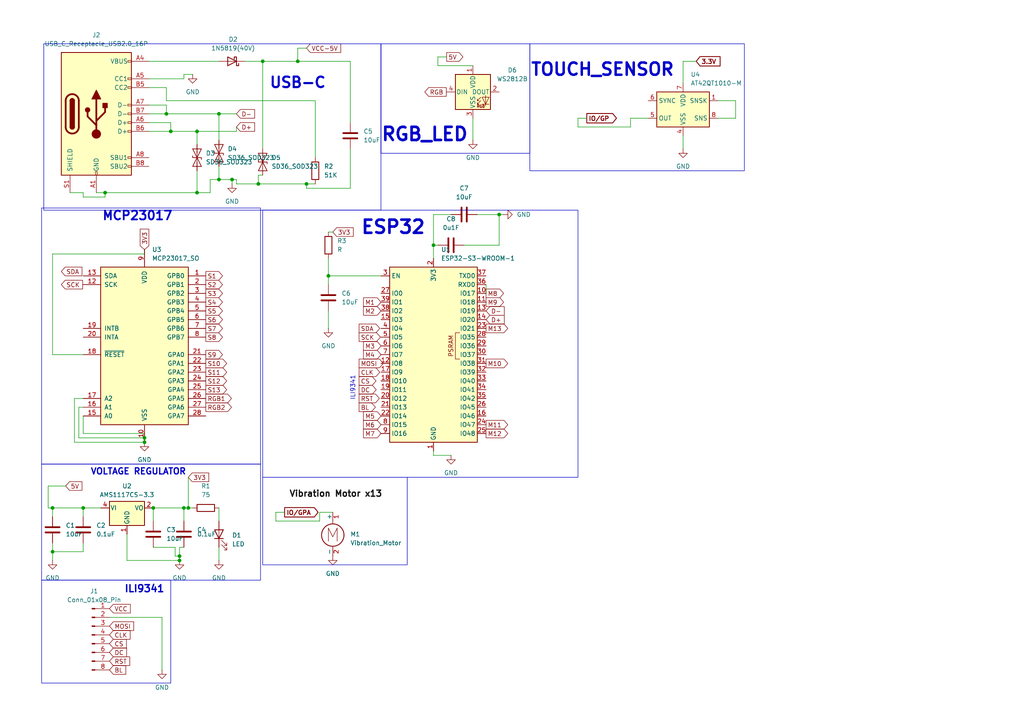
<source format=kicad_sch>
(kicad_sch (version 20231120) (generator "eeschema") (generator_version "8.0")
  (paper "A4")
  (lib_symbols
    (symbol "Connector:Conn_01x08_Pin" (pin_names (offset 1.016) hide)
      (property "Reference" "J" (at 0 10.16 0))
      (property "Value" "Conn_01x08_Pin" (at 0 -12.7 0))
      (symbol "Conn_01x08_Pin_1_1"
        (polyline (pts (xy 1.27 -10.16) (xy 0.8636 -10.16)) (stroke (width 0.1524)))
        (polyline (pts (xy 1.27 -7.62) (xy 0.8636 -7.62)) (stroke (width 0.1524)))
        (polyline (pts (xy 1.27 -5.08) (xy 0.8636 -5.08)) (stroke (width 0.1524)))
        (polyline (pts (xy 1.27 -2.54) (xy 0.8636 -2.54)) (stroke (width 0.1524)))
        (polyline (pts (xy 1.27 0) (xy 0.8636 0)) (stroke (width 0.1524)))
        (polyline (pts (xy 1.27 2.54) (xy 0.8636 2.54)) (stroke (width 0.1524)))
        (polyline (pts (xy 1.27 5.08) (xy 0.8636 5.08)) (stroke (width 0.1524)))
        (polyline (pts (xy 1.27 7.62) (xy 0.8636 7.62)) (stroke (width 0.1524)))
        (rectangle (start 0.8636 -10.033) (end 0 -10.287) (stroke (width 0.1524)) (fill (type outline)))
        (rectangle (start 0.8636 -7.493) (end 0 -7.747) (stroke (width 0.1524)) (fill (type outline)))
        (rectangle (start 0.8636 -4.953) (end 0 -5.207) (stroke (width 0.1524)) (fill (type outline)))
        (rectangle (start 0.8636 -2.413) (end 0 -2.667) (stroke (width 0.1524)) (fill (type outline)))
        (rectangle (start 0.8636 0.127) (end 0 -0.127) (stroke (width 0.1524)) (fill (type outline)))
        (rectangle (start 0.8636 2.667) (end 0 2.413) (stroke (width 0.1524)) (fill (type outline)))
        (rectangle (start 0.8636 5.207) (end 0 4.953) (stroke (width 0.1524)) (fill (type outline)))
        (rectangle (start 0.8636 7.747) (end 0 7.493) (stroke (width 0.1524)) (fill (type outline)))
        (pin passive line (at 5.08 7.62 180) (length 3.81) (name "Pin_1") (number "1"))
        (pin passive line (at 5.08 5.08 180) (length 3.81) (name "Pin_2") (number "2"))
        (pin passive line (at 5.08 2.54 180) (length 3.81) (name "Pin_3") (number "3"))
        (pin passive line (at 5.08 0 180) (length 3.81) (name "Pin_4") (number "4"))
        (pin passive line (at 5.08 -2.54 180) (length 3.81) (name "Pin_5") (number "5"))
        (pin passive line (at 5.08 -5.08 180) (length 3.81) (name "Pin_6") (number "6"))
        (pin passive line (at 5.08 -7.62 180) (length 3.81) (name "Pin_7") (number "7"))
        (pin passive line (at 5.08 -10.16 180) (length 3.81) (name "Pin_8") (number "8"))
      )
    )
    (symbol "Connector:USB_C_Receptacle_USB2.0_16P" (pin_names (offset 1.016))
      (property "Reference" "J" (at 0 22.225 0))
      (property "Value" "USB_C_Receptacle_USB2.0_16P" (at 0 19.685 0))
      (symbol "USB_C_Receptacle_USB2.0_16P_0_0"
        (rectangle (start -0.254 -17.78) (end 0.254 -16.764))
        (rectangle (start 10.16 -14.986) (end 9.144 -15.494))
        (rectangle (start 10.16 -12.446) (end 9.144 -12.954))
        (rectangle (start 10.16 -4.826) (end 9.144 -5.334))
        (rectangle (start 10.16 -2.286) (end 9.144 -2.794))
        (rectangle (start 10.16 0.254) (end 9.144 -0.254))
        (rectangle (start 10.16 2.794) (end 9.144 2.286))
        (rectangle (start 10.16 7.874) (end 9.144 7.366))
        (rectangle (start 10.16 10.414) (end 9.144 9.906))
        (rectangle (start 10.16 15.494) (end 9.144 14.986))
      )
      (symbol "USB_C_Receptacle_USB2.0_16P_0_1"
        (rectangle (start -10.16 17.78) (end 10.16 -17.78) (stroke (width 0.254)) (fill (type background)))
        (arc (start -8.89 -3.81) (mid -6.985 -5.7067) (end -5.08 -3.81) (stroke (width 0.508)))
        (arc (start -7.62 -3.81) (mid -6.985 -4.4423) (end -6.35 -3.81) (stroke (width 0.254)))
        (arc (start -7.62 -3.81) (mid -6.985 -4.4423) (end -6.35 -3.81) (stroke (width 0.254)) (fill (type outline)))
        (rectangle (start -7.62 -3.81) (end -6.35 3.81) (stroke (width 0.254)) (fill (type outline)))
        (arc (start -6.35 3.81) (mid -6.985 4.4423) (end -7.62 3.81) (stroke (width 0.254)))
        (arc (start -6.35 3.81) (mid -6.985 4.4423) (end -7.62 3.81) (stroke (width 0.254)) (fill (type outline)))
        (arc (start -5.08 3.81) (mid -6.985 5.7067) (end -8.89 3.81) (stroke (width 0.508)))
        (circle (center -2.54 1.143) (radius 0.635) (stroke (width 0.254)) (fill (type outline)))
        (circle (center 0 -5.842) (radius 1.27) (fill (type outline)))
        (polyline (pts (xy -8.89 -3.81) (xy -8.89 3.81)) (stroke (width 0.508)))
        (polyline (pts (xy -5.08 3.81) (xy -5.08 -3.81)) (stroke (width 0.508)))
        (polyline (pts (xy 0 -5.842) (xy 0 4.318)) (stroke (width 0.508)))
        (polyline (pts (xy 0 -3.302) (xy -2.54 -0.762) (xy -2.54 0.508)) (stroke (width 0.508)))
        (polyline (pts (xy 0 -2.032) (xy 2.54 0.508) (xy 2.54 1.778)) (stroke (width 0.508)))
        (polyline (pts (xy -1.27 4.318) (xy 0 6.858) (xy 1.27 4.318) (xy -1.27 4.318)) (stroke (width 0.254)) (fill (type outline)))
        (rectangle (start 1.905 1.778) (end 3.175 3.048) (stroke (width 0.254)) (fill (type outline)))
      )
      (symbol "USB_C_Receptacle_USB2.0_16P_1_1"
        (pin passive line (at 0 -22.86 90) (length 5.08) (name "GND") (number "A1"))
        (pin passive line (at 0 -22.86 90) (length 5.08) hide (name "GND") (number "A12"))
        (pin passive line (at 15.24 15.24 180) (length 5.08) (name "VBUS") (number "A4"))
        (pin bidirectional line (at 15.24 10.16 180) (length 5.08) (name "CC1") (number "A5"))
        (pin bidirectional line (at 15.24 -2.54 180) (length 5.08) (name "D+") (number "A6"))
        (pin bidirectional line (at 15.24 2.54 180) (length 5.08) (name "D-") (number "A7"))
        (pin bidirectional line (at 15.24 -12.7 180) (length 5.08) (name "SBU1") (number "A8"))
        (pin passive line (at 15.24 15.24 180) (length 5.08) hide (name "VBUS") (number "A9"))
        (pin passive line (at 0 -22.86 90) (length 5.08) hide (name "GND") (number "B1"))
        (pin passive line (at 0 -22.86 90) (length 5.08) hide (name "GND") (number "B12"))
        (pin passive line (at 15.24 15.24 180) (length 5.08) hide (name "VBUS") (number "B4"))
        (pin bidirectional line (at 15.24 7.62 180) (length 5.08) (name "CC2") (number "B5"))
        (pin bidirectional line (at 15.24 -5.08 180) (length 5.08) (name "D+") (number "B6"))
        (pin bidirectional line (at 15.24 0 180) (length 5.08) (name "D-") (number "B7"))
        (pin bidirectional line (at 15.24 -15.24 180) (length 5.08) (name "SBU2") (number "B8"))
        (pin passive line (at 15.24 15.24 180) (length 5.08) hide (name "VBUS") (number "B9"))
        (pin passive line (at -7.62 -22.86 90) (length 5.08) (name "SHIELD") (number "S1"))
      )
    )
    (symbol "Device:C" (pin_numbers hide) (pin_names (offset 0.254))
      (property "Reference" "C" (at 0.635 2.54 0))
      (property "Value" "C" (at 0.635 -2.54 0))
      (symbol "C_0_1"
        (polyline (pts (xy -2.032 -0.762) (xy 2.032 -0.762)) (stroke (width 0.508)))
        (polyline (pts (xy -2.032 0.762) (xy 2.032 0.762)) (stroke (width 0.508)))
      )
      (symbol "C_1_1"
        (pin passive line (at 0 3.81 270) (length 2.794) (name "~") (number "1"))
        (pin passive line (at 0 -3.81 90) (length 2.794) (name "~") (number "2"))
      )
    )
    (symbol "Device:LED" (pin_numbers hide) (pin_names (offset 1.016) hide)
      (property "Reference" "D" (at 0 2.54 0))
      (property "Value" "LED" (at 0 -2.54 0))
      (symbol "LED_0_1"
        (polyline (pts (xy -1.27 -1.27) (xy -1.27 1.27)) (stroke (width 0.254)))
        (polyline (pts (xy -1.27 0) (xy 1.27 0)))
        (polyline (pts (xy 1.27 -1.27) (xy 1.27 1.27) (xy -1.27 0) (xy 1.27 -1.27)) (stroke (width 0.254)))
        (polyline (pts (xy -3.048 -0.762) (xy -4.572 -2.286) (xy -3.81 -2.286) (xy -4.572 -2.286) (xy -4.572 -1.524)))
        (polyline (pts (xy -1.778 -0.762) (xy -3.302 -2.286) (xy -2.54 -2.286) (xy -3.302 -2.286) (xy -3.302 -1.524)))
      )
      (symbol "LED_1_1"
        (pin passive line (at -3.81 0 0) (length 2.54) (name "K") (number "1"))
        (pin passive line (at 3.81 0 180) (length 2.54) (name "A") (number "2"))
      )
    )
    (symbol "Device:R" (pin_numbers hide) (pin_names (offset 0))
      (property "Reference" "R" (at 2.032 0 90))
      (property "Value" "R" (at 0 0 90))
      (symbol "R_0_1"
        (rectangle (start -1.016 -2.54) (end 1.016 2.54) (stroke (width 0.254)))
      )
      (symbol "R_1_1"
        (pin passive line (at 0 3.81 270) (length 1.27) (name "~") (number "1"))
        (pin passive line (at 0 -3.81 90) (length 1.27) (name "~") (number "2"))
      )
    )
    (symbol "Diode:1N5819" (pin_numbers hide) (pin_names (offset 1.016) hide)
      (property "Reference" "D" (at 0 2.54 0))
      (property "Value" "1N5819" (at 0 -2.54 0))
      (symbol "1N5819_0_1"
        (polyline (pts (xy 1.27 0) (xy -1.27 0)))
        (polyline (pts (xy 1.27 1.27) (xy 1.27 -1.27) (xy -1.27 0) (xy 1.27 1.27)) (stroke (width 0.254)))
        (polyline (pts (xy -1.905 0.635) (xy -1.905 1.27) (xy -1.27 1.27) (xy -1.27 -1.27) (xy -0.635 -1.27) (xy -0.635 -0.635)) (stroke (width 0.254)))
      )
      (symbol "1N5819_1_1"
        (pin passive line (at -3.81 0 0) (length 2.54) (name "K") (number "1"))
        (pin passive line (at 3.81 0 180) (length 2.54) (name "A") (number "2"))
      )
    )
    (symbol "Diode:SD36_SOD323" (pin_numbers hide) (pin_names (offset 1.016) hide)
      (property "Reference" "D" (at 0 2.54 0))
      (property "Value" "SD36_SOD323" (at 0 -2.54 0))
      (symbol "SD36_SOD323_0_1"
        (polyline (pts (xy 1.27 0) (xy -1.27 0)))
        (polyline (pts (xy -2.54 -1.27) (xy 0 0) (xy -2.54 1.27) (xy -2.54 -1.27)) (stroke (width 0.2032)))
        (polyline (pts (xy 0.508 1.27) (xy 0 1.27) (xy 0 -1.27) (xy -0.508 -1.27)) (stroke (width 0.2032)))
        (polyline (pts (xy 2.54 1.27) (xy 2.54 -1.27) (xy 0 0) (xy 2.54 1.27)) (stroke (width 0.2032)))
      )
      (symbol "SD36_SOD323_1_1"
        (pin passive line (at -3.81 0 0) (length 2.54) (name "A1") (number "1"))
        (pin passive line (at 3.81 0 180) (length 2.54) (name "A2") (number "2"))
      )
    )
    (symbol "Interface_Expansion:MCP23017_SO" (pin_names (offset 1.016))
      (property "Reference" "U" (at -11.43 24.13 0))
      (property "Value" "MCP23017_SO" (at 0 0 0))
      (symbol "MCP23017_SO_0_1"
        (rectangle (start -12.7 22.86) (end 12.7 -22.86) (stroke (width 0.254)) (fill (type background)))
      )
      (symbol "MCP23017_SO_1_1"
        (pin bidirectional line (at 17.78 20.32 180) (length 5.08) (name "GPB0") (number "1"))
        (pin power_in line (at 0 -27.94 90) (length 5.08) (name "VSS") (number "10"))
        (pin no_connect line (at -12.7 15.24 0) (length 5.08) hide (name "NC") (number "11"))
        (pin input line (at -17.78 17.78 0) (length 5.08) (name "SCK") (number "12"))
        (pin bidirectional line (at -17.78 20.32 0) (length 5.08) (name "SDA") (number "13"))
        (pin no_connect line (at -12.7 12.7 0) (length 5.08) hide (name "NC") (number "14"))
        (pin input line (at -17.78 -20.32 0) (length 5.08) (name "A0") (number "15"))
        (pin input line (at -17.78 -17.78 0) (length 5.08) (name "A1") (number "16"))
        (pin input line (at -17.78 -15.24 0) (length 5.08) (name "A2") (number "17"))
        (pin input line (at -17.78 -2.54 0) (length 5.08) (name "~{RESET}") (number "18"))
        (pin tri_state line (at -17.78 5.08 0) (length 5.08) (name "INTB") (number "19"))
        (pin bidirectional line (at 17.78 17.78 180) (length 5.08) (name "GPB1") (number "2"))
        (pin tri_state line (at -17.78 2.54 0) (length 5.08) (name "INTA") (number "20"))
        (pin bidirectional line (at 17.78 -2.54 180) (length 5.08) (name "GPA0") (number "21"))
        (pin bidirectional line (at 17.78 -5.08 180) (length 5.08) (name "GPA1") (number "22"))
        (pin bidirectional line (at 17.78 -7.62 180) (length 5.08) (name "GPA2") (number "23"))
        (pin bidirectional line (at 17.78 -10.16 180) (length 5.08) (name "GPA3") (number "24"))
        (pin bidirectional line (at 17.78 -12.7 180) (length 5.08) (name "GPA4") (number "25"))
        (pin bidirectional line (at 17.78 -15.24 180) (length 5.08) (name "GPA5") (number "26"))
        (pin bidirectional line (at 17.78 -17.78 180) (length 5.08) (name "GPA6") (number "27"))
        (pin bidirectional line (at 17.78 -20.32 180) (length 5.08) (name "GPA7") (number "28"))
        (pin bidirectional line (at 17.78 15.24 180) (length 5.08) (name "GPB2") (number "3"))
        (pin bidirectional line (at 17.78 12.7 180) (length 5.08) (name "GPB3") (number "4"))
        (pin bidirectional line (at 17.78 10.16 180) (length 5.08) (name "GPB4") (number "5"))
        (pin bidirectional line (at 17.78 7.62 180) (length 5.08) (name "GPB5") (number "6"))
        (pin bidirectional line (at 17.78 5.08 180) (length 5.08) (name "GPB6") (number "7"))
        (pin bidirectional line (at 17.78 2.54 180) (length 5.08) (name "GPB7") (number "8"))
        (pin power_in line (at 0 27.94 270) (length 5.08) (name "VDD") (number "9"))
      )
    )
    (symbol "LED:WS2812B" (pin_names (offset 0.254))
      (property "Reference" "D" (at 5.08 5.715 0))
      (property "Value" "WS2812B" (at 1.27 -5.715 0))
      (symbol "WS2812B_0_0"
        (text "RGB" (at 2.286 -4.191 0) (effects (font (size 0.762 0.762))))
      )
      (symbol "WS2812B_0_1"
        (polyline (pts (xy 1.27 -3.556) (xy 1.778 -3.556)))
        (polyline (pts (xy 1.27 -2.54) (xy 1.778 -2.54)))
        (polyline (pts (xy 4.699 -3.556) (xy 2.667 -3.556)))
        (polyline (pts (xy 2.286 -2.54) (xy 1.27 -3.556) (xy 1.27 -3.048)))
        (polyline (pts (xy 2.286 -1.524) (xy 1.27 -2.54) (xy 1.27 -2.032)))
        (polyline (pts (xy 3.683 -1.016) (xy 3.683 -3.556) (xy 3.683 -4.064)))
        (polyline (pts (xy 4.699 -1.524) (xy 2.667 -1.524) (xy 3.683 -3.556) (xy 4.699 -1.524)))
        (rectangle (start 5.08 5.08) (end -5.08 -5.08) (stroke (width 0.254)) (fill (type background)))
      )
      (symbol "WS2812B_1_1"
        (pin power_in line (at 0 7.62 270) (length 2.54) (name "VDD") (number "1"))
        (pin output line (at 7.62 0 180) (length 2.54) (name "DOUT") (number "2"))
        (pin power_in line (at 0 -7.62 90) (length 2.54) (name "VSS") (number "3"))
        (pin input line (at -7.62 0 0) (length 2.54) (name "DIN") (number "4"))
      )
    )
    (symbol "Motor:Motor_DC" (pin_names (offset 0))
      (property "Reference" "M" (at 2.54 2.54 0))
      (property "Value" "Motor_DC" (at 2.54 -5.08 0))
      (symbol "Motor_DC_0_0"
        (polyline (pts (xy -1.27 -3.302) (xy -1.27 0.508) (xy 0 -2.032) (xy 1.27 0.508) (xy 1.27 -3.302)))
      )
      (symbol "Motor_DC_0_1"
        (circle (center 0 -1.524) (radius 3.2512) (stroke (width 0.254)))
        (polyline (pts (xy 0 -7.62) (xy 0 -7.112)))
        (polyline (pts (xy 0 -4.7752) (xy 0 -5.1816)))
        (polyline (pts (xy 0 1.7272) (xy 0 2.0828)))
        (polyline (pts (xy 0 2.032) (xy 0 2.54)))
      )
      (symbol "Motor_DC_1_1"
        (pin passive line (at 0 5.08 270) (length 2.54) (name "+") (number "1"))
        (pin passive line (at 0 -7.62 90) (length 2.54) (name "-") (number "2"))
      )
    )
    (symbol "RF_Module:ESP32-S3-WROOM-1"
      (property "Reference" "U" (at -12.7 26.67 0))
      (property "Value" "ESP32-S3-WROOM-1" (at 12.7 26.67 0))
      (symbol "ESP32-S3-WROOM-1_0_0"
        (rectangle (start -12.7 25.4) (end 12.7 -25.4) (stroke (width 0.254)) (fill (type background)))
        (text "PSRAM" (at 5.08 2.54 900) (effects (font (size 1.27 1.27))))
      )
      (symbol "ESP32-S3-WROOM-1_0_1"
        (polyline (pts (xy 7.62 -1.27) (xy 6.35 -1.27) (xy 6.35 6.35) (xy 7.62 6.35)))
      )
      (symbol "ESP32-S3-WROOM-1_1_1"
        (pin power_in line (at 0 -27.94 90) (length 2.54) (name "GND") (number "1"))
        (pin bidirectional line (at 15.24 17.78 180) (length 2.54) (name "IO17") (number "10"))
        (pin bidirectional line (at 15.24 15.24 180) (length 2.54) (name "IO18") (number "11"))
        (pin bidirectional line (at -15.24 -2.54 0) (length 2.54) (name "IO8") (number "12"))
        (pin bidirectional line (at 15.24 12.7 180) (length 2.54) (name "IO19") (number "13"))
        (pin bidirectional line (at 15.24 10.16 180) (length 2.54) (name "IO20") (number "14"))
        (pin bidirectional line (at -15.24 10.16 0) (length 2.54) (name "IO3") (number "15"))
        (pin bidirectional line (at 15.24 -17.78 180) (length 2.54) (name "IO46") (number "16"))
        (pin bidirectional line (at -15.24 -5.08 0) (length 2.54) (name "IO9") (number "17"))
        (pin bidirectional line (at -15.24 -7.62 0) (length 2.54) (name "IO10") (number "18"))
        (pin bidirectional line (at -15.24 -10.16 0) (length 2.54) (name "IO11") (number "19"))
        (pin power_in line (at 0 27.94 270) (length 2.54) (name "3V3") (number "2"))
        (pin bidirectional line (at -15.24 -12.7 0) (length 2.54) (name "IO12") (number "20"))
        (pin bidirectional line (at -15.24 -15.24 0) (length 2.54) (name "IO13") (number "21"))
        (pin bidirectional line (at -15.24 -17.78 0) (length 2.54) (name "IO14") (number "22"))
        (pin bidirectional line (at 15.24 7.62 180) (length 2.54) (name "IO21") (number "23"))
        (pin bidirectional line (at 15.24 -20.32 180) (length 2.54) (name "IO47") (number "24"))
        (pin bidirectional line (at 15.24 -22.86 180) (length 2.54) (name "IO48") (number "25"))
        (pin bidirectional line (at 15.24 -15.24 180) (length 2.54) (name "IO45") (number "26"))
        (pin bidirectional line (at -15.24 17.78 0) (length 2.54) (name "IO0") (number "27"))
        (pin bidirectional line (at 15.24 5.08 180) (length 2.54) (name "IO35") (number "28"))
        (pin bidirectional line (at 15.24 2.54 180) (length 2.54) (name "IO36") (number "29"))
        (pin input line (at -15.24 22.86 0) (length 2.54) (name "EN") (number "3"))
        (pin bidirectional line (at 15.24 0 180) (length 2.54) (name "IO37") (number "30"))
        (pin bidirectional line (at 15.24 -2.54 180) (length 2.54) (name "IO38") (number "31"))
        (pin bidirectional line (at 15.24 -5.08 180) (length 2.54) (name "IO39") (number "32"))
        (pin bidirectional line (at 15.24 -7.62 180) (length 2.54) (name "IO40") (number "33"))
        (pin bidirectional line (at 15.24 -10.16 180) (length 2.54) (name "IO41") (number "34"))
        (pin bidirectional line (at 15.24 -12.7 180) (length 2.54) (name "IO42") (number "35"))
        (pin bidirectional line (at 15.24 20.32 180) (length 2.54) (name "RXD0") (number "36"))
        (pin bidirectional line (at 15.24 22.86 180) (length 2.54) (name "TXD0") (number "37"))
        (pin bidirectional line (at -15.24 12.7 0) (length 2.54) (name "IO2") (number "38"))
        (pin bidirectional line (at -15.24 15.24 0) (length 2.54) (name "IO1") (number "39"))
        (pin bidirectional line (at -15.24 7.62 0) (length 2.54) (name "IO4") (number "4"))
        (pin passive line (at 0 -27.94 90) (length 2.54) hide (name "GND") (number "40"))
        (pin passive line (at 0 -27.94 90) (length 2.54) hide (name "GND") (number "41"))
        (pin bidirectional line (at -15.24 5.08 0) (length 2.54) (name "IO5") (number "5"))
        (pin bidirectional line (at -15.24 2.54 0) (length 2.54) (name "IO6") (number "6"))
        (pin bidirectional line (at -15.24 0 0) (length 2.54) (name "IO7") (number "7"))
        (pin bidirectional line (at -15.24 -20.32 0) (length 2.54) (name "IO15") (number "8"))
        (pin bidirectional line (at -15.24 -22.86 0) (length 2.54) (name "IO16") (number "9"))
      )
    )
    (symbol "Regulator_Linear:AMS1117CS-3.3" (pin_names (offset 0.254))
      (property "Reference" "U" (at -3.81 3.175 0))
      (property "Value" "AMS1117CS-3.3" (at 0 3.175 0))
      (symbol "AMS1117CS-3.3_0_1"
        (rectangle (start -5.08 -5.08) (end 5.08 1.905) (stroke (width 0.254)) (fill (type background)))
      )
      (symbol "AMS1117CS-3.3_1_1"
        (pin power_in line (at 0 -7.62 90) (length 2.54) (name "GND") (number "1"))
        (pin power_out line (at 7.62 0 180) (length 2.54) (name "VO") (number "2"))
        (pin passive line (at 7.62 0 180) (length 2.54) hide (name "VO") (number "3"))
        (pin power_in line (at -7.62 0 0) (length 2.54) (name "VI") (number "4"))
        (pin no_connect line (at -2.54 -2.54 180) (length 2.54) hide (name "NC") (number "5"))
        (pin passive line (at 7.62 0 180) (length 2.54) hide (name "VO") (number "6"))
        (pin passive line (at 7.62 0 180) (length 2.54) hide (name "VO") (number "7"))
        (pin no_connect line (at 2.54 -2.54 0) (length 2.54) hide (name "NC") (number "8"))
      )
    )
    (symbol "Sensor_Touch:AT42QT1010-M"
      (property "Reference" "U" (at -2.54 8.255 0))
      (property "Value" "AT42QT1010-M" (at -2.54 6.35 0))
      (symbol "AT42QT1010-M_0_1"
        (rectangle (start -7.62 5.08) (end 7.62 -5.08) (stroke (width 0.254)) (fill (type background)))
      )
      (symbol "AT42QT1010-M_1_1"
        (pin passive line (at 10.16 2.54 180) (length 2.54) (name "SNSK") (number "1"))
        (pin no_connect line (at -7.62 0 0) (length 2.54) hide (name "NC") (number "2"))
        (pin no_connect line (at 7.62 0 180) (length 2.54) hide (name "NC") (number "3"))
        (pin power_in line (at 0 -7.62 90) (length 2.54) (name "VSS") (number "4"))
        (pin output line (at -10.16 -2.54 0) (length 2.54) (name "OUT") (number "5"))
        (pin input line (at -10.16 2.54 0) (length 2.54) (name "SYNC") (number "6"))
        (pin power_in line (at 0 7.62 270) (length 2.54) (name "VDD") (number "7"))
        (pin passive line (at 10.16 -2.54 180) (length 2.54) (name "SNS") (number "8"))
        (pin passive line (at 0 -7.62 90) (length 2.54) hide (name "VSS") (number "9"))
      )
    )
    (symbol "power:GND" (power) (pin_numbers hide) (pin_names (offset 0) hide)
      (property "Value" "GND" (at 0 -3.81 0))
      (symbol "GND_0_1"
        (polyline (pts (xy 0 0) (xy 0 -1.27) (xy 1.27 -1.27) (xy 0 -2.54) (xy -1.27 -1.27) (xy 0 -1.27)))
      )
      (symbol "GND_1_1"
        (pin power_in line (at 0 0 270) (length 0) (name "~") (number "1"))
      )
    )
  )
  (junction (at 54.61 147.32))
  (junction (at 52.07 162.56))
  (junction (at 74.93 53.34))
  (junction (at 125.73 71.12))
  (junction (at 48.26 33.02))
  (junction (at 15.24 147.32))
  (junction (at 52.07 161.29))
  (junction (at 44.45 147.32))
  (junction (at 88.9 53.34))
  (junction (at 24.13 147.32))
  (junction (at 15.24 160.02))
  (junction (at 57.15 38.1))
  (junction (at 53.34 147.32))
  (junction (at 76.2 17.78))
  (junction (at 63.5 33.02))
  (junction (at 49.53 38.1))
  (junction (at 30.48 55.88))
  (junction (at 144.78 62.23))
  (junction (at 67.31 52.07))
  (junction (at 41.91 127))
  (junction (at 41.91 128.27))
  (junction (at 57.15 55.88))
  (junction (at 63.5 52.07))
  (junction (at 95.25 80.01))
  (junction (at 86.36 17.78))
  (wire (pts (xy 208.28 34.29) (xy 213.36 34.29)))
  (wire (pts (xy 36.83 162.56) (xy 52.07 162.56)))
  (wire (pts (xy 36.83 154.94) (xy 36.83 162.56)))
  (wire (pts (xy 41.91 72.39) (xy 41.91 73.66)))
  (wire (pts (xy 44.45 147.32) (xy 53.34 147.32)))
  (wire (pts (xy 80.01 148.59) (xy 82.55 148.59)))
  (wire (pts (xy 57.15 55.88) (xy 60.96 55.88)))
  (wire (pts (xy 53.34 147.32) (xy 53.34 151.13)))
  (wire (pts (xy 101.6 17.78) (xy 101.6 35.56)))
  (wire (pts (xy 198.12 17.78) (xy 201.93 17.78)))
  (wire (pts (xy 63.5 33.02) (xy 63.5 40.64)))
  (wire (pts (xy 80.01 151.13) (xy 80.01 148.59)))
  (wire (pts (xy 95.25 80.01) (xy 95.25 82.55)))
  (wire (pts (xy 127 16.51) (xy 129.54 16.51)))
  (wire (pts (xy 86.36 13.97) (xy 88.9 13.97)))
  (wire (pts (xy 88.9 54.61) (xy 88.9 53.34)))
  (wire (pts (xy 92.71 148.59) (xy 92.71 151.13)))
  (wire (pts (xy 74.93 50.8) (xy 74.93 53.34)))
  (wire (pts (xy 24.13 147.32) (xy 24.13 149.86)))
  (wire (pts (xy 24.13 55.88) (xy 24.13 57.15)))
  (wire (pts (xy 53.34 22.86) (xy 53.34 21.59)))
  (wire (pts (xy 134.62 71.12) (xy 144.78 71.12)))
  (wire (pts (xy 13.97 140.97) (xy 13.97 147.32)))
  (wire (pts (xy 95.25 80.01) (xy 95.25 74.93)))
  (wire (pts (xy 19.05 140.97) (xy 13.97 140.97)))
  (wire (pts (xy 48.26 30.48) (xy 48.26 33.02)))
  (wire (pts (xy 138.43 62.23) (xy 144.78 62.23)))
  (wire (pts (xy 24.13 157.48) (xy 24.13 160.02)))
  (wire (pts (xy 27.94 55.88) (xy 30.48 55.88)))
  (wire (pts (xy 91.44 45.72) (xy 91.44 29.21)))
  (wire (pts (xy 63.5 33.02) (xy 68.58 33.02)))
  (wire (pts (xy 86.36 17.78) (xy 101.6 17.78)))
  (wire (pts (xy 140.97 85.09) (xy 140.97 82.55)))
  (wire (pts (xy 96.52 148.59) (xy 92.71 148.59)))
  (wire (pts (xy 130.81 132.08) (xy 125.73 132.08)))
  (wire (pts (xy 76.2 50.8) (xy 74.93 50.8)))
  (wire (pts (xy 68.58 38.1) (xy 68.58 36.83)))
  (wire (pts (xy 167.64 36.83) (xy 167.64 34.29)))
  (wire (pts (xy 127 19.05) (xy 127 16.51)))
  (wire (pts (xy 198.12 39.37) (xy 198.12 43.18)))
  (wire (pts (xy 71.12 17.78) (xy 76.2 17.78)))
  (wire (pts (xy 43.18 35.56) (xy 49.53 35.56)))
  (wire (pts (xy 167.64 34.29) (xy 170.18 34.29)))
  (wire (pts (xy 24.13 160.02) (xy 15.24 160.02)))
  (wire (pts (xy 53.34 21.59) (xy 55.88 21.59)))
  (wire (pts (xy 43.18 38.1) (xy 49.53 38.1)))
  (wire (pts (xy 15.24 160.02) (xy 15.24 162.56)))
  (wire (pts (xy 22.86 118.11) (xy 22.86 127)))
  (wire (pts (xy 125.73 71.12) (xy 127 71.12)))
  (wire (pts (xy 91.44 29.21) (xy 48.26 29.21)))
  (wire (pts (xy 52.07 161.29) (xy 52.07 162.56)))
  (wire (pts (xy 63.5 52.07) (xy 67.31 52.07)))
  (wire (pts (xy 48.26 33.02) (xy 63.5 33.02)))
  (wire (pts (xy 213.36 29.21) (xy 213.36 34.29)))
  (wire (pts (xy 43.18 22.86) (xy 53.34 22.86)))
  (wire (pts (xy 20.32 55.88) (xy 24.13 55.88)))
  (wire (pts (xy 95.25 90.17) (xy 95.25 95.25)))
  (wire (pts (xy 43.18 17.78) (xy 63.5 17.78)))
  (wire (pts (xy 24.13 147.32) (xy 29.21 147.32)))
  (wire (pts (xy 15.24 73.66) (xy 41.91 73.66)))
  (wire (pts (xy 50.8 158.75) (xy 50.8 161.29)))
  (wire (pts (xy 15.24 157.48) (xy 15.24 160.02)))
  (wire (pts (xy 21.59 128.27) (xy 41.91 128.27)))
  (wire (pts (xy 125.73 71.12) (xy 125.73 62.23)))
  (wire (pts (xy 60.96 52.07) (xy 63.5 52.07)))
  (wire (pts (xy 63.5 48.26) (xy 63.5 52.07)))
  (wire (pts (xy 24.13 102.87) (xy 15.24 102.87)))
  (wire (pts (xy 68.58 53.34) (xy 68.58 52.07)))
  (wire (pts (xy 60.96 55.88) (xy 60.96 52.07)))
  (wire (pts (xy 182.88 36.83) (xy 167.64 36.83)))
  (wire (pts (xy 22.86 127) (xy 41.91 127)))
  (wire (pts (xy 15.24 147.32) (xy 15.24 149.86)))
  (wire (pts (xy 137.16 19.05) (xy 127 19.05)))
  (wire (pts (xy 49.53 38.1) (xy 57.15 38.1)))
  (wire (pts (xy 67.31 52.07) (xy 67.31 53.34)))
  (wire (pts (xy 43.18 33.02) (xy 48.26 33.02)))
  (wire (pts (xy 54.61 147.32) (xy 53.34 147.32)))
  (wire (pts (xy 76.2 17.78) (xy 86.36 17.78)))
  (wire (pts (xy 46.99 194.31) (xy 46.99 179.07)))
  (wire (pts (xy 55.88 147.32) (xy 54.61 147.32)))
  (wire (pts (xy 24.13 115.57) (xy 21.59 115.57)))
  (wire (pts (xy 74.93 53.34) (xy 88.9 53.34)))
  (wire (pts (xy 30.48 55.88) (xy 57.15 55.88)))
  (wire (pts (xy 15.24 147.32) (xy 24.13 147.32)))
  (wire (pts (xy 125.73 74.93) (xy 125.73 71.12)))
  (wire (pts (xy 24.13 118.11) (xy 22.86 118.11)))
  (wire (pts (xy 125.73 132.08) (xy 125.73 130.81)))
  (wire (pts (xy 68.58 53.34) (xy 74.93 53.34)))
  (wire (pts (xy 49.53 35.56) (xy 49.53 38.1)))
  (wire (pts (xy 125.73 62.23) (xy 130.81 62.23)))
  (wire (pts (xy 101.6 54.61) (xy 88.9 54.61)))
  (wire (pts (xy 88.9 53.34) (xy 91.44 53.34)))
  (wire (pts (xy 137.16 34.29) (xy 137.16 40.64)))
  (wire (pts (xy 92.71 151.13) (xy 80.01 151.13)))
  (wire (pts (xy 52.07 158.75) (xy 52.07 161.29)))
  (wire (pts (xy 54.61 138.43) (xy 54.61 147.32)))
  (wire (pts (xy 44.45 147.32) (xy 44.45 151.13)))
  (wire (pts (xy 76.2 17.78) (xy 76.2 43.18)))
  (wire (pts (xy 86.36 17.78) (xy 86.36 13.97)))
  (wire (pts (xy 30.48 57.15) (xy 30.48 55.88)))
  (wire (pts (xy 144.78 71.12) (xy 144.78 62.23)))
  (wire (pts (xy 48.26 29.21) (xy 48.26 25.4)))
  (wire (pts (xy 208.28 29.21) (xy 213.36 29.21)))
  (wire (pts (xy 53.34 158.75) (xy 52.07 158.75)))
  (wire (pts (xy 187.96 34.29) (xy 182.88 34.29)))
  (wire (pts (xy 41.91 125.73) (xy 41.91 127)))
  (wire (pts (xy 110.49 80.01) (xy 95.25 80.01)))
  (wire (pts (xy 41.91 127) (xy 41.91 128.27)))
  (wire (pts (xy 24.13 120.65) (xy 24.13 125.73)))
  (wire (pts (xy 101.6 43.18) (xy 101.6 54.61)))
  (wire (pts (xy 44.45 158.75) (xy 50.8 158.75)))
  (wire (pts (xy 57.15 38.1) (xy 57.15 41.91)))
  (wire (pts (xy 24.13 57.15) (xy 30.48 57.15)))
  (wire (pts (xy 15.24 102.87) (xy 15.24 73.66)))
  (wire (pts (xy 46.99 179.07) (xy 31.75 179.07)))
  (wire (pts (xy 24.13 125.73) (xy 41.91 125.73)))
  (wire (pts (xy 182.88 34.29) (xy 182.88 36.83)))
  (wire (pts (xy 13.97 147.32) (xy 15.24 147.32)))
  (wire (pts (xy 63.5 158.75) (xy 63.5 162.56)))
  (wire (pts (xy 198.12 24.13) (xy 198.12 17.78)))
  (wire (pts (xy 63.5 147.32) (xy 63.5 151.13)))
  (wire (pts (xy 57.15 38.1) (xy 68.58 38.1)))
  (wire (pts (xy 43.18 30.48) (xy 48.26 30.48)))
  (wire (pts (xy 21.59 115.57) (xy 21.59 128.27)))
  (wire (pts (xy 68.58 52.07) (xy 67.31 52.07)))
  (wire (pts (xy 48.26 25.4) (xy 43.18 25.4)))
  (wire (pts (xy 57.15 49.53) (xy 57.15 55.88)))
  (wire (pts (xy 50.8 161.29) (xy 52.07 161.29)))
  (wire (pts (xy 144.78 62.23) (xy 146.05 62.23)))
  (wire (pts (xy 96.52 67.31) (xy 95.25 67.31)))
  (rectangle (start 153.67 12.7) (end 215.9 49.53))
  (rectangle (start 76.2 138.43) (end 118.11 163.83))
  (rectangle (start 12.065 168.275) (end 49.53 198.12))
  (rectangle (start 76.2 60.96) (end 167.64 138.43))
  (rectangle (start 12.7 12.7) (end 110.49 60.96))
  (rectangle (start 110.49 12.7) (end 153.67 44.45))
  (rectangle (start 12.065 60.325) (end 75.565 134.62))
  (rectangle (start 12.065 134.62) (end 75.565 168.275))
  (text "ILI9341" (at 102.362 112.522 90) (effects (font (size 1.27 1.27))))
  (text "MCP23017\n" (at 39.878 62.738 0) (effects (font (size 2.54 2.54) (thickness 0.508) (bold yes))))
  (text "TOUCH_SENSOR" (at 174.752 20.32 0) (effects (font (size 3.556 3.556) (bold yes))))
  (text "USB-C\n" (at 86.36 24.13 0) (effects (font (size 3.048 3.048) (thickness 0.6096) (bold yes))))
  (text "RGB_LED\n" (at 123.19 39.116 0) (effects (font (size 3.81 3.81) (thickness 0.762) (bold yes))))
  (text "VOLTAGE REGULATOR\n" (at 40.132 136.906 0) (effects (font (size 1.778 1.778) (thickness 0.3556) (bold yes))))
  (text "ILI9341" (at 41.91 170.942 0) (effects (font (size 2.032 2.032) (thickness 0.4064) (bold yes))))
  (text "ESP32" (at 114.046 66.04 0) (effects (font (size 3.81 3.81) (thickness 0.762) (bold yes))))
  (label "Vibration Motor x13" (at 83.82 144.78 0) (effects (font (size 1.778 1.778) (thickness 0.3556) (bold yes))))
  (global_label "CS" (shape output) (at 104.14 110.49 0) (property "Intersheetrefs" "${INTERSHEET_REFS}" (effects (hide yes))))
  (global_label "S6" (shape output) (at 59.69 92.71 0) (property "Intersheetrefs" "${INTERSHEET_REFS}" (effects (hide yes))))
  (global_label "D+" (shape input) (at 68.58 36.83 0) (property "Intersheetrefs" "${INTERSHEET_REFS}" (effects (hide yes))))
  (global_label "M3" (shape output) (at 105.41 100.33 0) (property "Intersheetrefs" "${INTERSHEET_REFS}" (effects (hide yes))))
  (global_label "CLK" (shape output) (at 104.14 107.95 0) (property "Intersheetrefs" "${INTERSHEET_REFS}" (effects (hide yes))))
  (global_label "RST" (shape output) (at 104.14 115.57 0) (property "Intersheetrefs" "${INTERSHEET_REFS}" (effects (hide yes))))
  (global_label "RST" (shape input) (at 31.75 191.77 0) (property "Intersheetrefs" "${INTERSHEET_REFS}" (effects (hide yes))))
  (global_label "S12" (shape output) (at 59.69 110.49 0) (property "Intersheetrefs" "${INTERSHEET_REFS}" (effects (hide yes))))
  (global_label "M9" (shape output) (at 140.97 87.63 0) (property "Intersheetrefs" "${INTERSHEET_REFS}" (effects (hide yes))))
  (global_label "MOSI" (shape output) (at 104.14 105.41 0) (property "Intersheetrefs" "${INTERSHEET_REFS}" (effects (hide yes))))
  (global_label "S8" (shape output) (at 59.69 97.79 0) (property "Intersheetrefs" "${INTERSHEET_REFS}" (effects (hide yes))))
  (global_label "M13" (shape output) (at 140.97 95.25 0) (property "Intersheetrefs" "${INTERSHEET_REFS}" (effects (hide yes))))
  (global_label "3.3V" (shape input) (at 201.93 17.78 0) (effects (font (bold yes))) (property "Intersheetrefs" "${INTERSHEET_REFS}" (effects (hide yes))))
  (global_label "RGB" (shape input) (at 123.19 26.67 0) (property "Intersheetrefs" "${INTERSHEET_REFS}" (effects (hide yes))))
  (global_label "S1" (shape output) (at 59.69 80.01 0) (property "Intersheetrefs" "${INTERSHEET_REFS}" (effects (hide yes))))
  (global_label "S10" (shape output) (at 59.69 105.41 0) (property "Intersheetrefs" "${INTERSHEET_REFS}" (effects (hide yes))))
  (global_label "DC" (shape output) (at 104.14 113.03 0) (property "Intersheetrefs" "${INTERSHEET_REFS}" (effects (hide yes))))
  (global_label "RGB2" (shape output) (at 59.69 118.11 0) (property "Intersheetrefs" "${INTERSHEET_REFS}" (effects (hide yes))))
  (global_label "SDA" (shape input) (at 17.78 78.74 0) (property "Intersheetrefs" "${INTERSHEET_REFS}" (effects (hide yes))))
  (global_label "3V3" (shape input) (at 54.61 138.43 0) (property "Intersheetrefs" "${INTERSHEET_REFS}" (effects (hide yes))))
  (global_label "DC" (shape input) (at 31.75 189.23 0) (property "Intersheetrefs" "${INTERSHEET_REFS}" (effects (hide yes))))
  (global_label "M10" (shape output) (at 140.97 105.41 0) (property "Intersheetrefs" "${INTERSHEET_REFS}" (effects (hide yes))))
  (global_label "VCC-5V" (shape input) (at 88.9 13.97 0) (property "Intersheetrefs" "${INTERSHEET_REFS}" (effects (hide yes))))
  (global_label "M5" (shape output) (at 105.41 120.65 0) (property "Intersheetrefs" "${INTERSHEET_REFS}" (effects (hide yes))))
  (global_label "SCK" (shape output) (at 104.14 97.79 0) (property "Intersheetrefs" "${INTERSHEET_REFS}" (effects (hide yes))))
  (global_label "BL" (shape output) (at 104.14 118.11 0) (property "Intersheetrefs" "${INTERSHEET_REFS}" (effects (hide yes))))
  (global_label "S5" (shape output) (at 59.69 90.17 0) (property "Intersheetrefs" "${INTERSHEET_REFS}" (effects (hide yes))))
  (global_label "VCC" (shape input) (at 31.75 176.53 0) (property "Intersheetrefs" "${INTERSHEET_REFS}" (effects (hide yes))))
  (global_label "S2" (shape output) (at 59.69 82.55 0) (property "Intersheetrefs" "${INTERSHEET_REFS}" (effects (hide yes))))
  (global_label "M6" (shape output) (at 105.41 123.19 0) (property "Intersheetrefs" "${INTERSHEET_REFS}" (effects (hide yes))))
  (global_label "M2" (shape output) (at 105.41 90.17 0) (property "Intersheetrefs" "${INTERSHEET_REFS}" (effects (hide yes))))
  (global_label "BL" (shape input) (at 31.75 194.31 0) (property "Intersheetrefs" "${INTERSHEET_REFS}" (effects (hide yes))))
  (global_label "M7" (shape output) (at 105.41 125.73 0) (property "Intersheetrefs" "${INTERSHEET_REFS}" (effects (hide yes))))
  (global_label "S9" (shape output) (at 59.69 102.87 0) (property "Intersheetrefs" "${INTERSHEET_REFS}" (effects (hide yes))))
  (global_label "S3" (shape output) (at 59.69 85.09 0) (property "Intersheetrefs" "${INTERSHEET_REFS}" (effects (hide yes))))
  (global_label "M11" (shape output) (at 140.97 123.19 0) (property "Intersheetrefs" "${INTERSHEET_REFS}" (effects (hide yes))))
  (global_label "CS" (shape input) (at 31.75 186.69 0) (property "Intersheetrefs" "${INTERSHEET_REFS}" (effects (hide yes))))
  (global_label "S4" (shape output) (at 59.69 87.63 0) (property "Intersheetrefs" "${INTERSHEET_REFS}" (effects (hide yes))))
  (global_label "S13" (shape output) (at 59.69 113.03 0) (property "Intersheetrefs" "${INTERSHEET_REFS}" (effects (hide yes))))
  (global_label "M12" (shape output) (at 140.97 125.73 0) (property "Intersheetrefs" "${INTERSHEET_REFS}" (effects (hide yes))))
  (global_label "5V" (shape input) (at 19.05 140.97 0) (property "Intersheetrefs" "${INTERSHEET_REFS}" (effects (hide yes))))
  (global_label "D-" (shape input) (at 68.58 33.02 0) (property "Intersheetrefs" "${INTERSHEET_REFS}" (effects (hide yes))))
  (global_label "IO{slash}GP" (shape output) (at 170.18 34.29 0) (effects (font (bold yes))) (property "Intersheetrefs" "${INTERSHEET_REFS}" (effects (hide yes))))
  (global_label "CLK" (shape input) (at 31.75 184.15 0) (property "Intersheetrefs" "${INTERSHEET_REFS}" (effects (hide yes))))
  (global_label "SDA" (shape output) (at 104.14 95.25 0) (property "Intersheetrefs" "${INTERSHEET_REFS}" (effects (hide yes))))
  (global_label "SCK" (shape input) (at 17.78 82.55 0) (property "Intersheetrefs" "${INTERSHEET_REFS}" (effects (hide yes))))
  (global_label "5V" (shape output) (at 129.54 16.51 0) (property "Intersheetrefs" "${INTERSHEET_REFS}" (effects (hide yes))))
  (global_label "S11" (shape output) (at 59.69 107.95 0) (property "Intersheetrefs" "${INTERSHEET_REFS}" (effects (hide yes))))
  (global_label "M8" (shape output) (at 140.97 85.09 0) (property "Intersheetrefs" "${INTERSHEET_REFS}" (effects (hide yes))))
  (global_label "3V3" (shape input) (at 41.91 72.39 90) (property "Intersheetrefs" "${INTERSHEET_REFS}" (effects (hide yes))))
  (global_label "S7" (shape output) (at 59.69 95.25 0) (property "Intersheetrefs" "${INTERSHEET_REFS}" (effects (hide yes))))
  (global_label "3V3" (shape input) (at 96.52 67.31 0) (property "Intersheetrefs" "${INTERSHEET_REFS}" (effects (hide yes))))
  (global_label "RGB1" (shape output) (at 59.69 115.57 0) (property "Intersheetrefs" "${INTERSHEET_REFS}" (effects (hide yes))))
  (global_label "M1" (shape output) (at 105.41 87.63 0) (property "Intersheetrefs" "${INTERSHEET_REFS}" (effects (hide yes))))
  (global_label "MOSI" (shape input) (at 31.75 181.61 0) (property "Intersheetrefs" "${INTERSHEET_REFS}" (effects (hide yes))))
  (global_label "D-" (shape input) (at 140.97 90.17 0) (property "Intersheetrefs" "${INTERSHEET_REFS}" (effects (hide yes))))
  (global_label "D+" (shape input) (at 140.97 92.71 0) (property "Intersheetrefs" "${INTERSHEET_REFS}" (effects (hide yes))))
  (global_label "IO{slash}GPA" (shape output) (at 82.55 148.59 0) (effects (font (bold yes))) (property "Intersheetrefs" "${INTERSHEET_REFS}" (effects (hide yes))))
  (global_label "M4" (shape output) (at 105.41 102.87 0) (property "Intersheetrefs" "${INTERSHEET_REFS}" (effects (hide yes))))
  (symbol (lib_id "RF_Module:ESP32-S3-WROOM-1") (at 125.73 102.87 0) (unit 1)
    (property "Reference" "U1" (at 127.9241 72.39 0) (effects (justify left)))
    (property "Value" "ESP32-S3-WROOM-1" (at 127.9241 74.93 0) (effects (justify left)))
    (property "Footprint" "RF_Module:ESP32-S3-WROOM-1" (effects (hide yes)))
    (property "Datasheet" "https://www.espressif.com/sites/default/files/documentation/esp32-s3-wroom-1_wroom-1u_datasheet_en.pdf" (effects (hide yes)))
    (property "Description" "RF Module, ESP32-S3 SoC, Wi-Fi 802.11b/g/n, Bluetooth, BLE, 32-bit, 3.3V, onboard antenna, SMD" (effects (hide yes)))
  )
  (symbol (lib_id "power:GND") (at 146.05 62.23 90) (unit 1)
    (property "Reference" "#PWR010" (effects (hide yes)))
    (property "Value" "GND" (at 149.86 62.2299 90) (effects (justify right)))
    (property "Description" "Power symbol creates a global label with name \"GND\" , ground" (effects (hide yes)))
  )
  (symbol (lib_id "Device:C") (at 53.34 154.94 0) (unit 1)
    (property "Reference" "C4" (at 57.15 153.6699 0) (effects (justify left)))
    (property "Value" "0.1uF" (at 57.15 154.9399 0) (effects (justify left)))
    (property "Description" "Unpolarized capacitor" (effects (hide yes)))
  )
  (symbol (lib_id "power:GND") (at 137.16 40.64 0) (unit 1)
    (property "Reference" "#PWR011" (effects (hide yes)))
    (property "Value" "GND" (at 137.16 45.72 0))
    (property "Description" "Power symbol creates a global label with name \"GND\" , ground" (effects (hide yes)))
  )
  (symbol (lib_id "Device:C") (at 24.13 153.67 0) (unit 1)
    (property "Reference" "C2" (at 27.94 152.3999 0) (effects (justify left)))
    (property "Value" "0.1uF" (at 27.94 154.9399 0) (effects (justify left)))
    (property "Description" "Unpolarized capacitor" (effects (hide yes)))
  )
  (symbol (lib_id "LED:WS2812B") (at 137.16 26.67 0) (unit 1)
    (property "Reference" "D6" (at 148.59 20.3514 0))
    (property "Value" "WS2812B" (at 148.59 22.8914 0))
    (property "Footprint" "LED_SMD:LED_WS2812B_PLCC4_5.0x5.0mm_P3.2mm" (effects (hide yes)))
    (property "Datasheet" "https://cdn-shop.adafruit.com/datasheets/WS2812B.pdf" (effects (hide yes)))
    (property "Description" "RGB LED with integrated controller" (effects (hide yes)))
  )
  (symbol (lib_id "power:GND") (at 15.24 162.56 0) (unit 1)
    (property "Reference" "#PWR03" (effects (hide yes)))
    (property "Value" "GND" (at 15.24 167.64 0))
    (property "Description" "Power symbol creates a global label with name \"GND\" , ground" (effects (hide yes)))
  )
  (symbol (lib_id "power:GND") (at 95.25 95.25 0) (unit 1)
    (property "Reference" "#PWR09" (effects (hide yes)))
    (property "Value" "GND" (at 95.25 100.33 0))
    (property "Description" "Power symbol creates a global label with name \"GND\" , ground" (effects (hide yes)))
  )
  (symbol (lib_id "Connector:Conn_01x08_Pin") (at 26.67 184.15 0) (unit 1)
    (property "Reference" "J1" (at 27.305 171.45 0))
    (property "Value" "Conn_01x08_Pin" (at 27.305 173.99 0))
    (property "Description" "Generic connector, single row, 01x08, script generated" (effects (hide yes)))
  )
  (symbol (lib_id "Device:R") (at 95.25 71.12 0) (unit 1)
    (property "Reference" "R3" (at 97.79 69.8499 0) (effects (justify left)))
    (property "Value" "R" (at 97.79 72.3899 0) (effects (justify left)))
    (property "Description" "Resistor" (effects (hide yes)))
  )
  (symbol (lib_id "Device:C") (at 101.6 39.37 0) (unit 1)
    (property "Reference" "C5" (at 105.41 38.0999 0) (effects (justify left)))
    (property "Value" "10uF" (at 105.41 40.6399 0) (effects (justify left)))
    (property "Description" "Unpolarized capacitor" (effects (hide yes)))
  )
  (symbol (lib_id "Device:C") (at 130.81 71.12 90) (unit 1)
    (property "Reference" "C8" (at 130.81 63.5 90))
    (property "Value" "0u1F" (at 130.81 66.04 90))
    (property "Description" "Unpolarized capacitor" (effects (hide yes)))
  )
  (symbol (lib_id "Diode:SD36_SOD323") (at 63.5 44.45 270) (unit 1)
    (property "Reference" "D4" (at 66.04 43.1799 90) (effects (justify left)))
    (property "Value" "SD36_SOD323" (at 66.04 45.7199 90) (effects (justify left)))
    (property "Footprint" "Diode_SMD:D_SOD-323" (effects (hide yes)))
    (property "Datasheet" "https://www.littelfuse.com/~/media/electronics/datasheets/tvs_diode_arrays/littelfuse_tvs_diode_array_sd_c_datasheet.pdf.pdf" (effects (hide yes)))
    (property "Description" "36V, 450W Discrete Bidirectional TVS Diode, SOD-323" (effects (hide yes)))
  )
  (symbol (lib_id "Sensor_Touch:AT42QT1010-M") (at 198.12 31.75 0) (unit 1)
    (property "Reference" "U4" (at 200.3141 21.59 0) (effects (justify left)))
    (property "Value" "AT42QT1010-M" (at 200.3141 24.13 0) (effects (justify left)))
    (property "Footprint" "Package_DFN_QFN:DFN-8-1EP_2x2mm_P0.5mm_EP0.9x1.5mm" (effects (hide yes)))
    (property "Datasheet" "http://ww1.microchip.com/downloads/en/DeviceDoc/40001946A.pdf" (effects (hide yes)))
    (property "Description" "Single-key Touch Sensor, UDFN-8" (effects (hide yes)))
  )
  (symbol (lib_id "Regulator_Linear:AMS1117CS-3.3") (at 36.83 147.32 0) (unit 1)
    (property "Reference" "U2" (at 36.83 140.97 0))
    (property "Value" "AMS1117CS-3.3" (at 36.83 143.51 0))
    (property "Footprint" "Package_SO:SOIC-8_3.9x4.9mm_P1.27mm" (effects (hide yes)))
    (property "Datasheet" "http://www.advanced-monolithic.com/pdf/ds1117.pdf" (effects (hide yes)))
    (property "Description" "1A Low Dropout regulator, positive, 3.3V fixed output, SOIC-8" (effects (hide yes)))
  )
  (symbol (lib_id "Diode:SD36_SOD323") (at 76.2 46.99 90) (unit 1)
    (property "Reference" "D5" (at 78.74 45.7199 90) (effects (justify right)))
    (property "Value" "SD36_SOD323" (at 78.74 48.2599 90) (effects (justify right)))
    (property "Footprint" "Diode_SMD:D_SOD-323" (effects (hide yes)))
    (property "Datasheet" "https://www.littelfuse.com/~/media/electronics/datasheets/tvs_diode_arrays/littelfuse_tvs_diode_array_sd_c_datasheet.pdf.pdf" (effects (hide yes)))
    (property "Description" "36V, 450W Discrete Bidirectional TVS Diode, SOD-323" (effects (hide yes)))
  )
  (symbol (lib_id "Device:C") (at 95.25 86.36 0) (unit 1)
    (property "Reference" "C6" (at 99.06 85.0899 0) (effects (justify left)))
    (property "Value" "10uF" (at 99.06 87.6299 0) (effects (justify left)))
    (property "Description" "Unpolarized capacitor" (effects (hide yes)))
  )
  (symbol (lib_id "Device:R") (at 91.44 49.53 0) (unit 1)
    (property "Reference" "R2" (at 93.98 48.2599 0) (effects (justify left)))
    (property "Value" "51K" (at 93.98 50.7999 0) (effects (justify left)))
    (property "Description" "Resistor" (effects (hide yes)))
  )
  (symbol (lib_id "Motor:Motor_DC") (at 96.52 153.67 0) (unit 1)
    (property "Reference" "M1" (at 101.6 154.9399 0) (effects (justify left)))
    (property "Value" "Vibration_Motor" (at 101.6 157.4799 0) (effects (justify left)))
    (property "Description" "DC Motor" (effects (hide yes)))
  )
  (symbol (lib_id "power:GND") (at 41.91 128.27 0) (unit 1)
    (property "Reference" "#PWR06" (effects (hide yes)))
    (property "Value" "GND" (at 41.91 133.35 0))
    (property "Description" "Power symbol creates a global label with name \"GND\" , ground" (effects (hide yes)))
  )
  (symbol (lib_id "Diode:1N5819") (at 67.31 17.78 180) (unit 1)
    (property "Reference" "D2" (at 67.6275 11.43 0))
    (property "Value" "1N5819(40V)" (at 67.6275 13.97 0))
    (property "Footprint" "Diode_THT:D_DO-41_SOD81_P10.16mm_Horizontal" (effects (hide yes)))
    (property "Datasheet" "http://www.vishay.com/docs/88525/1n5817.pdf" (effects (hide yes)))
    (property "Description" "40V 1A Schottky Barrier Rectifier Diode, DO-41" (effects (hide yes)))
  )
  (symbol (lib_id "power:GND") (at 52.07 162.56 0) (unit 1)
    (property "Reference" "#PWR04" (effects (hide yes)))
    (property "Value" "GND" (at 52.07 167.64 0))
    (property "Description" "Power symbol creates a global label with name \"GND\" , ground" (effects (hide yes)))
  )
  (symbol (lib_id "power:GND") (at 130.81 132.08 0) (unit 1)
    (property "Reference" "#PWR01" (effects (hide yes)))
    (property "Value" "GND" (at 130.81 137.16 0))
    (property "Description" "Power symbol creates a global label with name \"GND\" , ground" (effects (hide yes)))
  )
  (symbol (lib_id "Device:LED") (at 63.5 154.94 90) (unit 1)
    (property "Reference" "D1" (at 67.31 155.2574 90) (effects (justify right)))
    (property "Value" "LED" (at 67.31 157.7974 90) (effects (justify right)))
    (property "Description" "Light emitting diode" (effects (hide yes)))
  )
  (symbol (lib_id "Device:R") (at 59.69 147.32 90) (unit 1)
    (property "Reference" "R1" (at 59.69 140.97 90))
    (property "Value" "75" (at 59.69 143.51 90))
    (property "Description" "Resistor" (effects (hide yes)))
  )
  (symbol (lib_id "power:GND") (at 198.12 43.18 0) (unit 1)
    (property "Reference" "#PWR013" (effects (hide yes)))
    (property "Value" "GND" (at 198.12 48.26 0))
    (property "Description" "Power symbol creates a global label with name \"GND\" , ground" (effects (hide yes)))
  )
  (symbol (lib_id "Device:C") (at 134.62 62.23 90) (unit 1)
    (property "Reference" "C7" (at 134.62 54.61 90))
    (property "Value" "10uF" (at 134.62 57.15 90))
    (property "Description" "Unpolarized capacitor" (effects (hide yes)))
  )
  (symbol (lib_id "power:GND") (at 55.88 21.59 0) (unit 1)
    (property "Reference" "#PWR07" (effects (hide yes)))
    (property "Value" "GND" (at 55.88 26.67 0))
    (property "Description" "Power symbol creates a global label with name \"GND\" , ground" (effects (hide yes)))
  )
  (symbol (lib_id "Diode:SD36_SOD323") (at 57.15 45.72 270) (unit 1)
    (property "Reference" "D3" (at 59.69 44.4499 90) (effects (justify left)))
    (property "Value" "SD36_SOD323" (at 59.69 46.9899 90) (effects (justify left)))
    (property "Footprint" "Diode_SMD:D_SOD-323" (effects (hide yes)))
    (property "Datasheet" "https://www.littelfuse.com/~/media/electronics/datasheets/tvs_diode_arrays/littelfuse_tvs_diode_array_sd_c_datasheet.pdf.pdf" (effects (hide yes)))
    (property "Description" "36V, 450W Discrete Bidirectional TVS Diode, SOD-323" (effects (hide yes)))
  )
  (symbol (lib_id "power:GND") (at 96.52 161.29 0) (unit 1)
    (property "Reference" "#PWR012" (effects (hide yes)))
    (property "Value" "GND" (at 96.52 166.37 0))
    (property "Description" "Power symbol creates a global label with name \"GND\" , ground" (effects (hide yes)))
  )
  (symbol (lib_id "Device:C") (at 15.24 153.67 0) (unit 1)
    (property "Reference" "C1" (at 19.05 152.3999 0) (effects (justify left)))
    (property "Value" "10uF" (at 19.05 154.9399 0) (effects (justify left)))
    (property "Description" "Unpolarized capacitor" (effects (hide yes)))
  )
  (symbol (lib_id "power:GND") (at 46.99 194.31 0) (unit 1)
    (property "Reference" "#PWR02" (effects (hide yes)))
    (property "Value" "GND" (at 46.99 199.39 0))
    (property "Description" "Power symbol creates a global label with name \"GND\" , ground" (effects (hide yes)))
  )
  (symbol (lib_id "Interface_Expansion:MCP23017_SO") (at 41.91 100.33 0) (unit 1)
    (property "Reference" "U3" (at 44.1041 72.39 0) (effects (justify left)))
    (property "Value" "MCP23017_SO" (at 44.1041 74.93 0) (effects (justify left)))
    (property "Footprint" "Package_SO:SOIC-28W_7.5x17.9mm_P1.27mm" (effects (hide yes)))
    (property "Datasheet" "http://ww1.microchip.com/downloads/en/DeviceDoc/20001952C.pdf" (effects (hide yes)))
    (property "Description" "16-bit I/O expander, I2C, interrupts, w pull-ups, SOIC-28" (effects (hide yes)))
  )
  (symbol (lib_id "power:GND") (at 63.5 162.56 0) (unit 1)
    (property "Reference" "#PWR05" (effects (hide yes)))
    (property "Value" "GND" (at 63.5 167.64 0))
    (property "Description" "Power symbol creates a global label with name \"GND\" , ground" (effects (hide yes)))
  )
  (symbol (lib_id "power:GND") (at 67.31 53.34 0) (unit 1)
    (property "Reference" "#PWR08" (effects (hide yes)))
    (property "Value" "GND" (at 67.31 58.42 0))
    (property "Description" "Power symbol creates a global label with name \"GND\" , ground" (effects (hide yes)))
  )
  (symbol (lib_id "Connector:USB_C_Receptacle_USB2.0_16P") (at 27.94 33.02 0) (unit 1)
    (property "Reference" "J2" (at 27.94 10.16 0))
    (property "Value" "USB_C_Receptacle_USB2.0_16P" (at 27.94 12.7 0))
    (property "Datasheet" "https://www.usb.org/sites/default/files/documents/usb_type-c.zip" (effects (hide yes)))
    (property "Description" "USB 2.0-only 16P Type-C Receptacle connector" (effects (hide yes)))
  )
  (symbol (lib_id "Device:C") (at 44.45 154.94 0) (unit 1)
    (property "Reference" "C3" (at 48.26 153.6699 0) (effects (justify left)))
    (property "Value" "10uF" (at 48.26 156.2099 0) (effects (justify left)))
    (property "Description" "Unpolarized capacitor" (effects (hide yes)))
  )
)
</source>
